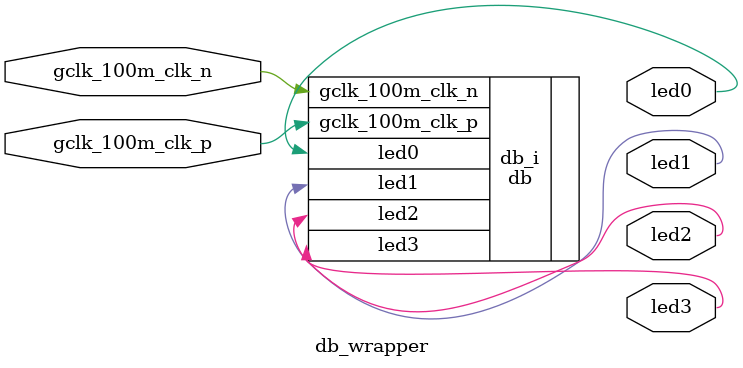
<source format=v>
`timescale 1 ps / 1 ps

module db_wrapper
   (gclk_100m_clk_n,
    gclk_100m_clk_p,
    led0,
    led1,
    led2,
    led3);
  input [0:0]gclk_100m_clk_n;
  input [0:0]gclk_100m_clk_p;
  output [0:0]led0;
  output [0:0]led1;
  output [0:0]led2;
  output [0:0]led3;

  wire [0:0]gclk_100m_clk_n;
  wire [0:0]gclk_100m_clk_p;
  wire [0:0]led0;
  wire [0:0]led1;
  wire [0:0]led2;
  wire [0:0]led3;

  db db_i
       (.gclk_100m_clk_n(gclk_100m_clk_n),
        .gclk_100m_clk_p(gclk_100m_clk_p),
        .led0(led0),
        .led1(led1),
        .led2(led2),
        .led3(led3));
endmodule

</source>
